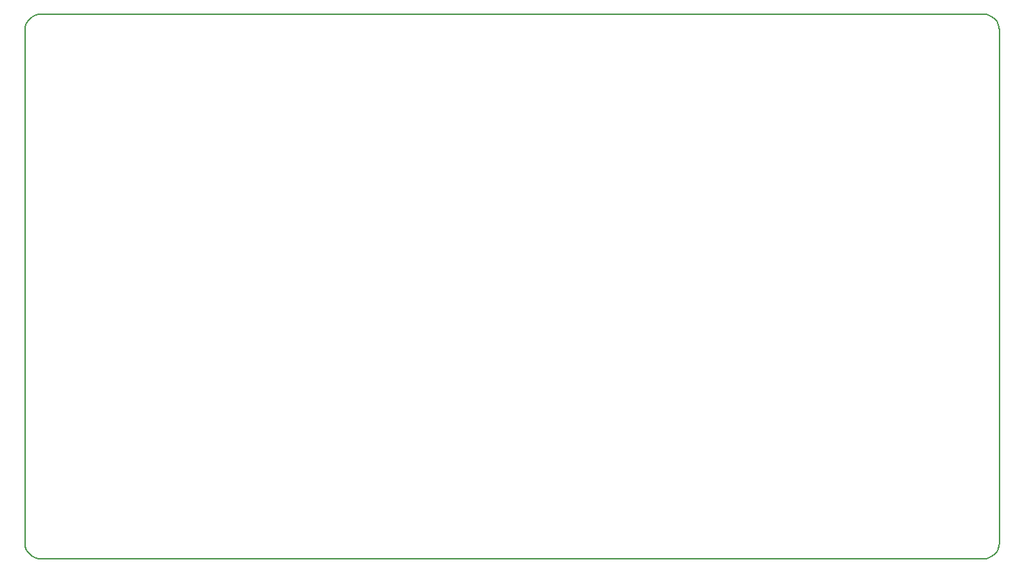
<source format=gbr>
%FSTAX24Y24*%
%MOIN*%
%IN AUX1.GBR *%
%ADD10C,0.0050*%
D10*X023917D02*G01X000787D01*X000634Y000015D01*X000486Y00006D01*
X00035Y000133D01*X000231Y000231D01*X000133Y00035D01*X00006Y000486D01*
X000015Y000634D01*X0Y000787D01*Y025984D01*X000015Y026138D01*
X00006Y026286D01*X000133Y026422D01*X000231Y026541D01*X00035Y026639D01*
X000486Y026712D01*X000634Y026757D01*X000787Y026772D01*X047047D01*
X047201Y026757D01*X047349Y026712D01*X047485Y026639D01*
X047604Y026541D01*X047702Y026422D01*X047775Y026286D01*X04782Y026138D01*
X047835Y025984D01*Y000787D01*X04782Y000634D01*X047775Y000486D01*
X047702Y00035D01*X047604Y000231D01*X047485Y000133D01*X047349Y00006D01*
X047201Y000015D01*X047047Y0D01*X023917D01*
M02*
</source>
